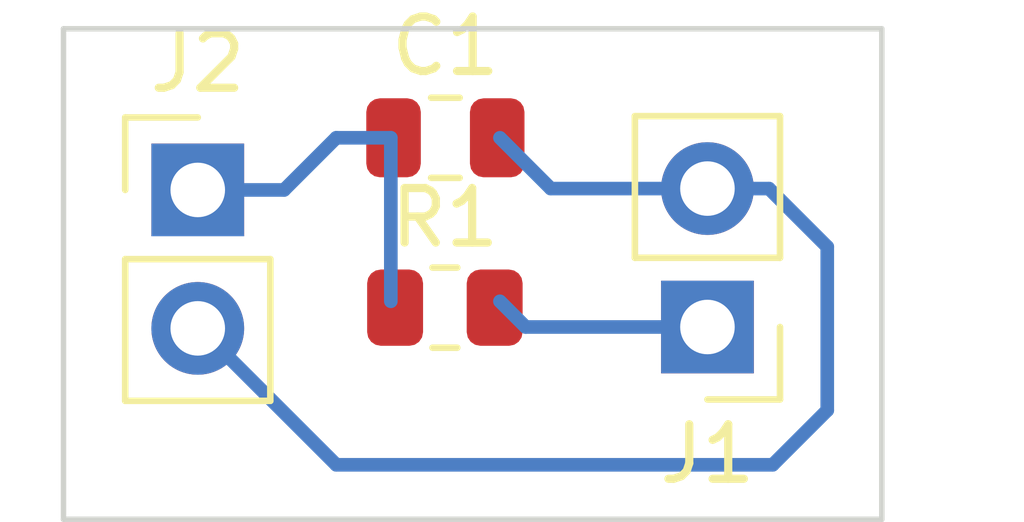
<source format=kicad_pcb>
(kicad_pcb (version 20211014) (generator pcbnew)
  (layers (0 "F.Cu" signal) (31 "B.Cu" signal) (34 "B.Paste" user) (35 "F.Paste" user) (36 "B.SilkS" user "B.Silkscreen") (37 "F.SilkS" user "F.Silkscreen") (38 "B.Mask" user) (39 "F.Mask" user) (44 "Edge.Cuts" user))
  (net 0 "")
  (net 1 "Net-(C1-Pad2)")
  (net 2 "Net-(C1-Pad1)")
  (net 3 "Net-(J1-Pad1)")
  (footprint "Capacitor_SMD:C_0805_2012Metric" (layer "F.Cu") (at 138 93)
    (fp_text reference "C1" (at 0 -1.68) (layer "F.SilkS"))
    (fp_text value "1nF")
    (fp_line (start -0.261252 -0.735) (end 0.261252 -0.735) (layer "F.SilkS") (width 0.12))
    (fp_line (start -0.261252 0.735) (end 0.261252 0.735) (layer "F.SilkS") (width 0.12))
    (pad "1" smd roundrect locked (at -0.95 0) (size 1 1.45) (layers "F.Cu" "F.Paste" "F.Mask") (net 2 "Net-(C1-Pad1)"))
    (pad "2" smd roundrect locked (at 0.95 0) (size 1 1.45) (layers "F.Cu" "F.Paste" "F.Mask") (net 1 "Net-(C1-Pad2)"))
  )
  (footprint "Connector_PinHeader_2.54mm:PinHeader_1x02_P2.54mm_Vertical" (layer "F.Cu") (at 133.4609 93.95672)
    (fp_text reference "J2" (at 0 -2.33) (layer "F.SilkS"))
    (fp_text value "Molex KK")
    (fp_line (start 1.33 1.27) (end 1.33 3.87) (layer "F.SilkS") (width 0.12))
    (fp_line (start -1.33 0) (end -1.33 -1.33) (layer "F.SilkS") (width 0.12))
    (fp_line (start -1.33 -1.33) (end 0 -1.33) (layer "F.SilkS") (width 0.12))
    (fp_line (start -1.33 1.27) (end -1.33 3.87) (layer "F.SilkS") (width 0.12))
    (fp_line (start -1.33 3.87) (end 1.33 3.87) (layer "F.SilkS") (width 0.12))
    (fp_line (start -1.33 1.27) (end 1.33 1.27) (layer "F.SilkS") (width 0.12))
    (pad "1" thru_hole rect locked (at 0 0) (size 1.7 1.7) (drill 1) (layers *.Cu *.Mask) (net 2 "Net-(C1-Pad1)"))
    (pad "2" thru_hole oval locked (at 0 2.54) (size 1.7 1.7) (drill 1) (layers *.Cu *.Mask) (net 1 "Net-(C1-Pad2)"))
  )
  (footprint "Resistor_SMD:R_0805_2012Metric" (layer "F.Cu") (at 137.9909 96.11672)
    (fp_text reference "R1" (at 0 -1.65) (layer "F.SilkS"))
    (fp_text value "1k")
    (fp_line (start -0.227064 0.735) (end 0.227064 0.735) (layer "F.SilkS") (width 0.12))
    (fp_line (start -0.227064 -0.735) (end 0.227064 -0.735) (layer "F.SilkS") (width 0.12))
    (pad "1" smd roundrect locked (at -0.9125 0) (size 1.025 1.4) (layers "F.Cu" "F.Paste" "F.Mask") (roundrect_rratio 0.243902) (net 2 "Net-(C1-Pad1)"))
    (pad "2" smd roundrect locked (at 0.9125 0) (size 1.025 1.4) (layers "F.Cu" "F.Paste" "F.Mask") (roundrect_rratio 0.243902) (net 3 "Net-(J1-Pad1)"))
  )
  (footprint "Connector_PinHeader_2.54mm:PinHeader_1x02_P2.54mm_Vertical" (layer "F.Cu") (at 142.80388 96.47174 180)
    (fp_text reference "J1" (at 0 -2.33) (layer "F.SilkS"))
    (fp_text value "Molex KK ñoño")
    (fp_line (start 1.33 1.27) (end 1.33 3.87) (layer "F.SilkS") (width 0.12))
    (fp_line (start -1.33 1.27) (end 1.33 1.27) (layer "F.SilkS") (width 0.12))
    (fp_line (start -1.33 0) (end -1.33 -1.33) (layer "F.SilkS") (width 0.12))
    (fp_line (start -1.33 1.27) (end -1.33 3.87) (layer "F.SilkS") (width 0.12))
    (fp_line (start -1.33 -1.33) (end 0 -1.33) (layer "F.SilkS") (width 0.12))
    (fp_line (start -1.33 3.87) (end 1.33 3.87) (layer "F.SilkS") (width 0.12))
    (pad "1" thru_hole rect locked (at 0 0 180) (size 1.7 1.7) (drill 1) (layers *.Cu *.Mask) (net 3 "Net-(J1-Pad1)"))
    (pad "2" thru_hole oval locked (at 0 2.54 180) (size 1.7 1.7) (drill 1) (layers *.Cu *.Mask) (net 1 "Net-(C1-Pad2)"))
  )
  (gr_line (start 131 100) (end 131 91) (layer "Edge.Cuts") (width 0.1))
  (gr_line (start 131 91) (end 146 91) (layer "Edge.Cuts") (width 0.1))
  (gr_line (start 146 100) (end 131 100) (layer "Edge.Cuts") (width 0.1))
  (gr_line (start 146 91) (end 146 100) (layer "Edge.Cuts") (width 0.1))
  (segment (start 145 98) (end 145 95) (width 0.25) (layer "B.Cu") (net 1))
  (segment (start 143.93174 93.93174) (end 142.80388 93.93174) (width 0.25) (layer "B.Cu") (net 1))
  (segment (start 133.49672 96.49672) (end 136 99) (width 0.25) (layer "B.Cu") (net 1))
  (segment (start 133.4609 96.49672) (end 133.49672 96.49672) (width 0.25) (layer "B.Cu") (net 1))
  (segment (start 144 99) (end 145 98) (width 0.25) (layer "B.Cu") (net 1))
  (segment (start 139.93174 93.93174) (end 139 93) (width 0.25) (layer "B.Cu") (net 1))
  (segment (start 136 99) (end 144 99) (width 0.25) (layer "B.Cu") (net 1))
  (segment (start 145 95) (end 143.93174 93.93174) (width 0.25) (layer "B.Cu") (net 1))
  (segment (start 142.80388 93.93174) (end 139.93174 93.93174) (width 0.25) (layer "B.Cu") (net 1))
  (segment (start 135.04328 93.95672) (end 136 93) (width 0.25) (layer "B.Cu") (net 2))
  (segment (start 136 93) (end 137 93) (width 0.25) (layer "B.Cu") (net 2))
  (segment (start 133.4609 93.95672) (end 135.04328 93.95672) (width 0.25) (layer "B.Cu") (net 2))
  (segment (start 137 93) (end 137 96) (width 0.25) (layer "B.Cu") (net 2))
  (segment (start 139.47174 96.47174) (end 139 96) (width 0.25) (layer "B.Cu") (net 3))
  (segment (start 142.80388 96.47174) (end 139.47174 96.47174) (width 0.25) (layer "B.Cu") (net 3))
)
</source>
